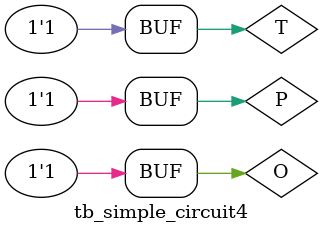
<source format=v>
module tb_simple_circuit4;
    wire D,F;
    reg T,P,O;
    simple_circuit4 M1(T,P,O,D,F,);
    initial 
    begin
        #20 T=1'b0;P=1'b0;O=1'b0;
        #20 T=1'b0;P=1'b0;O=1'b1;
        #20 T=1'b0;P=1'b1;O=1'b0;
        #20 T=1'b0;P=1'b1;O=1'b1;
        #20 T=1'b1;P=1'b0;O=1'b0;
        #20 T=1'b1;P=1'b0;O=1'b1;
        #20 T=1'b1;P=1'b1;O=1'b0;
        #20 T=1'b1;P=1'b1;O=1'b1;
    end
    initial
    begin
        $monitor($time, "t=%b, p=%b, o=%b, d=%b, f=%b", T,P,O,D,F);
    end
    initial begin
        $dumpfile("simple4.vcd");
        $dumpvars(0,tb_simple_circuit4); 
    end
endmodule
</source>
